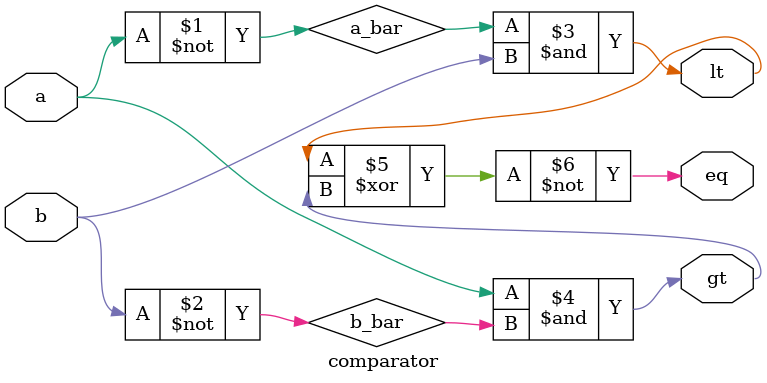
<source format=v>
/*
 * Copyright (c) 2023 Iron Violet LLC
 * SPDX-License-Identifier: Apache-2.0
 */

`define default_netname none

//============================================================================//
// Comparator (5 Gates!)
//============================================================================//
module comparator (
    // inputs
    input  wire a,  // input a
    input  wire b,  // input b
    // outputs
    output reg  lt, // (a) less than (b)
    output reg  gt, // (a) greater than (b) 
    output reg  eq  // (a) equals (b)       
);
    // compliments
    wire a_bar;
    wire b_bar;

    // gates
    nor  nor_a   (a_bar, a);
    nor  nor_b   (b_bar, b);    

    and  and_lt  (lt, a_bar, b);
    and  and_gt  (gt, a, b_bar);
    xnor xnor_eq (eq, lt, gt);
  
endmodule : comparator

</source>
